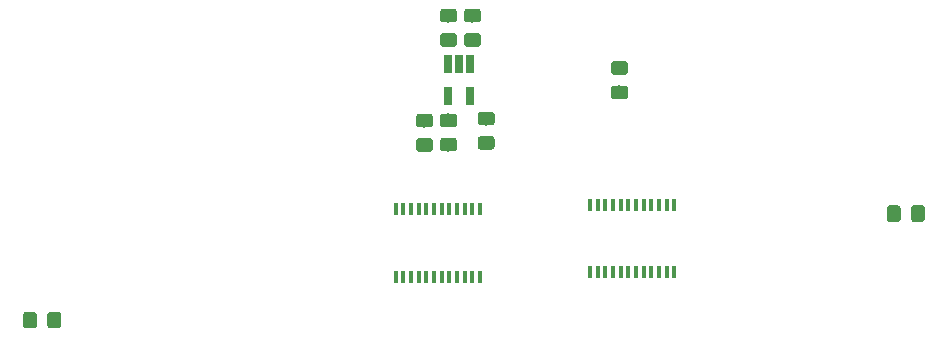
<source format=gbr>
G04 #@! TF.GenerationSoftware,KiCad,Pcbnew,(5.1.4)-1*
G04 #@! TF.CreationDate,2021-02-27T15:59:54-03:00*
G04 #@! TF.ProjectId,OpenDrive-Genesis,4f70656e-4472-4697-9665-2d47656e6573,rev?*
G04 #@! TF.SameCoordinates,Original*
G04 #@! TF.FileFunction,Paste,Bot*
G04 #@! TF.FilePolarity,Positive*
%FSLAX46Y46*%
G04 Gerber Fmt 4.6, Leading zero omitted, Abs format (unit mm)*
G04 Created by KiCad (PCBNEW (5.1.4)-1) date 2021-02-27 15:59:54*
%MOMM*%
%LPD*%
G04 APERTURE LIST*
%ADD10R,0.400000X1.100000*%
%ADD11R,0.650000X1.560000*%
%ADD12C,0.100000*%
%ADD13C,1.150000*%
G04 APERTURE END LIST*
D10*
X107765800Y-73004800D03*
X107115800Y-73004800D03*
X106465800Y-73004800D03*
X105815800Y-73004800D03*
X105165800Y-73004800D03*
X104515800Y-73004800D03*
X103865800Y-73004800D03*
X103215800Y-73004800D03*
X102565800Y-73004800D03*
X101915800Y-73004800D03*
X101265800Y-73004800D03*
X100615800Y-73004800D03*
X100615800Y-67304800D03*
X101265800Y-67304800D03*
X101915800Y-67304800D03*
X102565800Y-67304800D03*
X103215800Y-67304800D03*
X103865800Y-67304800D03*
X104515800Y-67304800D03*
X105165800Y-67304800D03*
X105815800Y-67304800D03*
X106465800Y-67304800D03*
X107115800Y-67304800D03*
X107765800Y-67304800D03*
X84167600Y-73406000D03*
X84817600Y-73406000D03*
X85467600Y-73406000D03*
X86117600Y-73406000D03*
X86767600Y-73406000D03*
X87417600Y-73406000D03*
X88067600Y-73406000D03*
X88717600Y-73406000D03*
X89367600Y-73406000D03*
X90017600Y-73406000D03*
X90667600Y-73406000D03*
X91317600Y-73406000D03*
X91317600Y-67706000D03*
X90667600Y-67706000D03*
X90017600Y-67706000D03*
X89367600Y-67706000D03*
X88717600Y-67706000D03*
X88067600Y-67706000D03*
X87417600Y-67706000D03*
X86767600Y-67706000D03*
X86117600Y-67706000D03*
X85467600Y-67706000D03*
X84817600Y-67706000D03*
X84167600Y-67706000D03*
D11*
X88595000Y-58141000D03*
X90495000Y-58141000D03*
X90495000Y-55441000D03*
X89545000Y-55441000D03*
X88595000Y-55441000D03*
D12*
G36*
X87088505Y-59624204D02*
G01*
X87112773Y-59627804D01*
X87136572Y-59633765D01*
X87159671Y-59642030D01*
X87181850Y-59652520D01*
X87202893Y-59665132D01*
X87222599Y-59679747D01*
X87240777Y-59696223D01*
X87257253Y-59714401D01*
X87271868Y-59734107D01*
X87284480Y-59755150D01*
X87294970Y-59777329D01*
X87303235Y-59800428D01*
X87309196Y-59824227D01*
X87312796Y-59848495D01*
X87314000Y-59872999D01*
X87314000Y-60523001D01*
X87312796Y-60547505D01*
X87309196Y-60571773D01*
X87303235Y-60595572D01*
X87294970Y-60618671D01*
X87284480Y-60640850D01*
X87271868Y-60661893D01*
X87257253Y-60681599D01*
X87240777Y-60699777D01*
X87222599Y-60716253D01*
X87202893Y-60730868D01*
X87181850Y-60743480D01*
X87159671Y-60753970D01*
X87136572Y-60762235D01*
X87112773Y-60768196D01*
X87088505Y-60771796D01*
X87064001Y-60773000D01*
X86163999Y-60773000D01*
X86139495Y-60771796D01*
X86115227Y-60768196D01*
X86091428Y-60762235D01*
X86068329Y-60753970D01*
X86046150Y-60743480D01*
X86025107Y-60730868D01*
X86005401Y-60716253D01*
X85987223Y-60699777D01*
X85970747Y-60681599D01*
X85956132Y-60661893D01*
X85943520Y-60640850D01*
X85933030Y-60618671D01*
X85924765Y-60595572D01*
X85918804Y-60571773D01*
X85915204Y-60547505D01*
X85914000Y-60523001D01*
X85914000Y-59872999D01*
X85915204Y-59848495D01*
X85918804Y-59824227D01*
X85924765Y-59800428D01*
X85933030Y-59777329D01*
X85943520Y-59755150D01*
X85956132Y-59734107D01*
X85970747Y-59714401D01*
X85987223Y-59696223D01*
X86005401Y-59679747D01*
X86025107Y-59665132D01*
X86046150Y-59652520D01*
X86068329Y-59642030D01*
X86091428Y-59633765D01*
X86115227Y-59627804D01*
X86139495Y-59624204D01*
X86163999Y-59623000D01*
X87064001Y-59623000D01*
X87088505Y-59624204D01*
X87088505Y-59624204D01*
G37*
D13*
X86614000Y-60198000D03*
D12*
G36*
X87088505Y-61674204D02*
G01*
X87112773Y-61677804D01*
X87136572Y-61683765D01*
X87159671Y-61692030D01*
X87181850Y-61702520D01*
X87202893Y-61715132D01*
X87222599Y-61729747D01*
X87240777Y-61746223D01*
X87257253Y-61764401D01*
X87271868Y-61784107D01*
X87284480Y-61805150D01*
X87294970Y-61827329D01*
X87303235Y-61850428D01*
X87309196Y-61874227D01*
X87312796Y-61898495D01*
X87314000Y-61922999D01*
X87314000Y-62573001D01*
X87312796Y-62597505D01*
X87309196Y-62621773D01*
X87303235Y-62645572D01*
X87294970Y-62668671D01*
X87284480Y-62690850D01*
X87271868Y-62711893D01*
X87257253Y-62731599D01*
X87240777Y-62749777D01*
X87222599Y-62766253D01*
X87202893Y-62780868D01*
X87181850Y-62793480D01*
X87159671Y-62803970D01*
X87136572Y-62812235D01*
X87112773Y-62818196D01*
X87088505Y-62821796D01*
X87064001Y-62823000D01*
X86163999Y-62823000D01*
X86139495Y-62821796D01*
X86115227Y-62818196D01*
X86091428Y-62812235D01*
X86068329Y-62803970D01*
X86046150Y-62793480D01*
X86025107Y-62780868D01*
X86005401Y-62766253D01*
X85987223Y-62749777D01*
X85970747Y-62731599D01*
X85956132Y-62711893D01*
X85943520Y-62690850D01*
X85933030Y-62668671D01*
X85924765Y-62645572D01*
X85918804Y-62621773D01*
X85915204Y-62597505D01*
X85914000Y-62573001D01*
X85914000Y-61922999D01*
X85915204Y-61898495D01*
X85918804Y-61874227D01*
X85924765Y-61850428D01*
X85933030Y-61827329D01*
X85943520Y-61805150D01*
X85956132Y-61784107D01*
X85970747Y-61764401D01*
X85987223Y-61746223D01*
X86005401Y-61729747D01*
X86025107Y-61715132D01*
X86046150Y-61702520D01*
X86068329Y-61692030D01*
X86091428Y-61683765D01*
X86115227Y-61677804D01*
X86139495Y-61674204D01*
X86163999Y-61673000D01*
X87064001Y-61673000D01*
X87088505Y-61674204D01*
X87088505Y-61674204D01*
G37*
D13*
X86614000Y-62248000D03*
D12*
G36*
X92320905Y-61503804D02*
G01*
X92345173Y-61507404D01*
X92368972Y-61513365D01*
X92392071Y-61521630D01*
X92414250Y-61532120D01*
X92435293Y-61544732D01*
X92454999Y-61559347D01*
X92473177Y-61575823D01*
X92489653Y-61594001D01*
X92504268Y-61613707D01*
X92516880Y-61634750D01*
X92527370Y-61656929D01*
X92535635Y-61680028D01*
X92541596Y-61703827D01*
X92545196Y-61728095D01*
X92546400Y-61752599D01*
X92546400Y-62402601D01*
X92545196Y-62427105D01*
X92541596Y-62451373D01*
X92535635Y-62475172D01*
X92527370Y-62498271D01*
X92516880Y-62520450D01*
X92504268Y-62541493D01*
X92489653Y-62561199D01*
X92473177Y-62579377D01*
X92454999Y-62595853D01*
X92435293Y-62610468D01*
X92414250Y-62623080D01*
X92392071Y-62633570D01*
X92368972Y-62641835D01*
X92345173Y-62647796D01*
X92320905Y-62651396D01*
X92296401Y-62652600D01*
X91396399Y-62652600D01*
X91371895Y-62651396D01*
X91347627Y-62647796D01*
X91323828Y-62641835D01*
X91300729Y-62633570D01*
X91278550Y-62623080D01*
X91257507Y-62610468D01*
X91237801Y-62595853D01*
X91219623Y-62579377D01*
X91203147Y-62561199D01*
X91188532Y-62541493D01*
X91175920Y-62520450D01*
X91165430Y-62498271D01*
X91157165Y-62475172D01*
X91151204Y-62451373D01*
X91147604Y-62427105D01*
X91146400Y-62402601D01*
X91146400Y-61752599D01*
X91147604Y-61728095D01*
X91151204Y-61703827D01*
X91157165Y-61680028D01*
X91165430Y-61656929D01*
X91175920Y-61634750D01*
X91188532Y-61613707D01*
X91203147Y-61594001D01*
X91219623Y-61575823D01*
X91237801Y-61559347D01*
X91257507Y-61544732D01*
X91278550Y-61532120D01*
X91300729Y-61521630D01*
X91323828Y-61513365D01*
X91347627Y-61507404D01*
X91371895Y-61503804D01*
X91396399Y-61502600D01*
X92296401Y-61502600D01*
X92320905Y-61503804D01*
X92320905Y-61503804D01*
G37*
D13*
X91846400Y-62077600D03*
D12*
G36*
X92320905Y-59453804D02*
G01*
X92345173Y-59457404D01*
X92368972Y-59463365D01*
X92392071Y-59471630D01*
X92414250Y-59482120D01*
X92435293Y-59494732D01*
X92454999Y-59509347D01*
X92473177Y-59525823D01*
X92489653Y-59544001D01*
X92504268Y-59563707D01*
X92516880Y-59584750D01*
X92527370Y-59606929D01*
X92535635Y-59630028D01*
X92541596Y-59653827D01*
X92545196Y-59678095D01*
X92546400Y-59702599D01*
X92546400Y-60352601D01*
X92545196Y-60377105D01*
X92541596Y-60401373D01*
X92535635Y-60425172D01*
X92527370Y-60448271D01*
X92516880Y-60470450D01*
X92504268Y-60491493D01*
X92489653Y-60511199D01*
X92473177Y-60529377D01*
X92454999Y-60545853D01*
X92435293Y-60560468D01*
X92414250Y-60573080D01*
X92392071Y-60583570D01*
X92368972Y-60591835D01*
X92345173Y-60597796D01*
X92320905Y-60601396D01*
X92296401Y-60602600D01*
X91396399Y-60602600D01*
X91371895Y-60601396D01*
X91347627Y-60597796D01*
X91323828Y-60591835D01*
X91300729Y-60583570D01*
X91278550Y-60573080D01*
X91257507Y-60560468D01*
X91237801Y-60545853D01*
X91219623Y-60529377D01*
X91203147Y-60511199D01*
X91188532Y-60491493D01*
X91175920Y-60470450D01*
X91165430Y-60448271D01*
X91157165Y-60425172D01*
X91151204Y-60401373D01*
X91147604Y-60377105D01*
X91146400Y-60352601D01*
X91146400Y-59702599D01*
X91147604Y-59678095D01*
X91151204Y-59653827D01*
X91157165Y-59630028D01*
X91165430Y-59606929D01*
X91175920Y-59584750D01*
X91188532Y-59563707D01*
X91203147Y-59544001D01*
X91219623Y-59525823D01*
X91237801Y-59509347D01*
X91257507Y-59494732D01*
X91278550Y-59482120D01*
X91300729Y-59471630D01*
X91323828Y-59463365D01*
X91347627Y-59457404D01*
X91371895Y-59453804D01*
X91396399Y-59452600D01*
X92296401Y-59452600D01*
X92320905Y-59453804D01*
X92320905Y-59453804D01*
G37*
D13*
X91846400Y-60027600D03*
D12*
G36*
X89120505Y-59606204D02*
G01*
X89144773Y-59609804D01*
X89168572Y-59615765D01*
X89191671Y-59624030D01*
X89213850Y-59634520D01*
X89234893Y-59647132D01*
X89254599Y-59661747D01*
X89272777Y-59678223D01*
X89289253Y-59696401D01*
X89303868Y-59716107D01*
X89316480Y-59737150D01*
X89326970Y-59759329D01*
X89335235Y-59782428D01*
X89341196Y-59806227D01*
X89344796Y-59830495D01*
X89346000Y-59854999D01*
X89346000Y-60505001D01*
X89344796Y-60529505D01*
X89341196Y-60553773D01*
X89335235Y-60577572D01*
X89326970Y-60600671D01*
X89316480Y-60622850D01*
X89303868Y-60643893D01*
X89289253Y-60663599D01*
X89272777Y-60681777D01*
X89254599Y-60698253D01*
X89234893Y-60712868D01*
X89213850Y-60725480D01*
X89191671Y-60735970D01*
X89168572Y-60744235D01*
X89144773Y-60750196D01*
X89120505Y-60753796D01*
X89096001Y-60755000D01*
X88195999Y-60755000D01*
X88171495Y-60753796D01*
X88147227Y-60750196D01*
X88123428Y-60744235D01*
X88100329Y-60735970D01*
X88078150Y-60725480D01*
X88057107Y-60712868D01*
X88037401Y-60698253D01*
X88019223Y-60681777D01*
X88002747Y-60663599D01*
X87988132Y-60643893D01*
X87975520Y-60622850D01*
X87965030Y-60600671D01*
X87956765Y-60577572D01*
X87950804Y-60553773D01*
X87947204Y-60529505D01*
X87946000Y-60505001D01*
X87946000Y-59854999D01*
X87947204Y-59830495D01*
X87950804Y-59806227D01*
X87956765Y-59782428D01*
X87965030Y-59759329D01*
X87975520Y-59737150D01*
X87988132Y-59716107D01*
X88002747Y-59696401D01*
X88019223Y-59678223D01*
X88037401Y-59661747D01*
X88057107Y-59647132D01*
X88078150Y-59634520D01*
X88100329Y-59624030D01*
X88123428Y-59615765D01*
X88147227Y-59609804D01*
X88171495Y-59606204D01*
X88195999Y-59605000D01*
X89096001Y-59605000D01*
X89120505Y-59606204D01*
X89120505Y-59606204D01*
G37*
D13*
X88646000Y-60180000D03*
D12*
G36*
X89120505Y-61656204D02*
G01*
X89144773Y-61659804D01*
X89168572Y-61665765D01*
X89191671Y-61674030D01*
X89213850Y-61684520D01*
X89234893Y-61697132D01*
X89254599Y-61711747D01*
X89272777Y-61728223D01*
X89289253Y-61746401D01*
X89303868Y-61766107D01*
X89316480Y-61787150D01*
X89326970Y-61809329D01*
X89335235Y-61832428D01*
X89341196Y-61856227D01*
X89344796Y-61880495D01*
X89346000Y-61904999D01*
X89346000Y-62555001D01*
X89344796Y-62579505D01*
X89341196Y-62603773D01*
X89335235Y-62627572D01*
X89326970Y-62650671D01*
X89316480Y-62672850D01*
X89303868Y-62693893D01*
X89289253Y-62713599D01*
X89272777Y-62731777D01*
X89254599Y-62748253D01*
X89234893Y-62762868D01*
X89213850Y-62775480D01*
X89191671Y-62785970D01*
X89168572Y-62794235D01*
X89144773Y-62800196D01*
X89120505Y-62803796D01*
X89096001Y-62805000D01*
X88195999Y-62805000D01*
X88171495Y-62803796D01*
X88147227Y-62800196D01*
X88123428Y-62794235D01*
X88100329Y-62785970D01*
X88078150Y-62775480D01*
X88057107Y-62762868D01*
X88037401Y-62748253D01*
X88019223Y-62731777D01*
X88002747Y-62713599D01*
X87988132Y-62693893D01*
X87975520Y-62672850D01*
X87965030Y-62650671D01*
X87956765Y-62627572D01*
X87950804Y-62603773D01*
X87947204Y-62579505D01*
X87946000Y-62555001D01*
X87946000Y-61904999D01*
X87947204Y-61880495D01*
X87950804Y-61856227D01*
X87956765Y-61832428D01*
X87965030Y-61809329D01*
X87975520Y-61787150D01*
X87988132Y-61766107D01*
X88002747Y-61746401D01*
X88019223Y-61728223D01*
X88037401Y-61711747D01*
X88057107Y-61697132D01*
X88078150Y-61684520D01*
X88100329Y-61674030D01*
X88123428Y-61665765D01*
X88147227Y-61659804D01*
X88171495Y-61656204D01*
X88195999Y-61655000D01*
X89096001Y-61655000D01*
X89120505Y-61656204D01*
X89120505Y-61656204D01*
G37*
D13*
X88646000Y-62230000D03*
D12*
G36*
X89120505Y-52784204D02*
G01*
X89144773Y-52787804D01*
X89168572Y-52793765D01*
X89191671Y-52802030D01*
X89213850Y-52812520D01*
X89234893Y-52825132D01*
X89254599Y-52839747D01*
X89272777Y-52856223D01*
X89289253Y-52874401D01*
X89303868Y-52894107D01*
X89316480Y-52915150D01*
X89326970Y-52937329D01*
X89335235Y-52960428D01*
X89341196Y-52984227D01*
X89344796Y-53008495D01*
X89346000Y-53032999D01*
X89346000Y-53683001D01*
X89344796Y-53707505D01*
X89341196Y-53731773D01*
X89335235Y-53755572D01*
X89326970Y-53778671D01*
X89316480Y-53800850D01*
X89303868Y-53821893D01*
X89289253Y-53841599D01*
X89272777Y-53859777D01*
X89254599Y-53876253D01*
X89234893Y-53890868D01*
X89213850Y-53903480D01*
X89191671Y-53913970D01*
X89168572Y-53922235D01*
X89144773Y-53928196D01*
X89120505Y-53931796D01*
X89096001Y-53933000D01*
X88195999Y-53933000D01*
X88171495Y-53931796D01*
X88147227Y-53928196D01*
X88123428Y-53922235D01*
X88100329Y-53913970D01*
X88078150Y-53903480D01*
X88057107Y-53890868D01*
X88037401Y-53876253D01*
X88019223Y-53859777D01*
X88002747Y-53841599D01*
X87988132Y-53821893D01*
X87975520Y-53800850D01*
X87965030Y-53778671D01*
X87956765Y-53755572D01*
X87950804Y-53731773D01*
X87947204Y-53707505D01*
X87946000Y-53683001D01*
X87946000Y-53032999D01*
X87947204Y-53008495D01*
X87950804Y-52984227D01*
X87956765Y-52960428D01*
X87965030Y-52937329D01*
X87975520Y-52915150D01*
X87988132Y-52894107D01*
X88002747Y-52874401D01*
X88019223Y-52856223D01*
X88037401Y-52839747D01*
X88057107Y-52825132D01*
X88078150Y-52812520D01*
X88100329Y-52802030D01*
X88123428Y-52793765D01*
X88147227Y-52787804D01*
X88171495Y-52784204D01*
X88195999Y-52783000D01*
X89096001Y-52783000D01*
X89120505Y-52784204D01*
X89120505Y-52784204D01*
G37*
D13*
X88646000Y-53358000D03*
D12*
G36*
X89120505Y-50734204D02*
G01*
X89144773Y-50737804D01*
X89168572Y-50743765D01*
X89191671Y-50752030D01*
X89213850Y-50762520D01*
X89234893Y-50775132D01*
X89254599Y-50789747D01*
X89272777Y-50806223D01*
X89289253Y-50824401D01*
X89303868Y-50844107D01*
X89316480Y-50865150D01*
X89326970Y-50887329D01*
X89335235Y-50910428D01*
X89341196Y-50934227D01*
X89344796Y-50958495D01*
X89346000Y-50982999D01*
X89346000Y-51633001D01*
X89344796Y-51657505D01*
X89341196Y-51681773D01*
X89335235Y-51705572D01*
X89326970Y-51728671D01*
X89316480Y-51750850D01*
X89303868Y-51771893D01*
X89289253Y-51791599D01*
X89272777Y-51809777D01*
X89254599Y-51826253D01*
X89234893Y-51840868D01*
X89213850Y-51853480D01*
X89191671Y-51863970D01*
X89168572Y-51872235D01*
X89144773Y-51878196D01*
X89120505Y-51881796D01*
X89096001Y-51883000D01*
X88195999Y-51883000D01*
X88171495Y-51881796D01*
X88147227Y-51878196D01*
X88123428Y-51872235D01*
X88100329Y-51863970D01*
X88078150Y-51853480D01*
X88057107Y-51840868D01*
X88037401Y-51826253D01*
X88019223Y-51809777D01*
X88002747Y-51791599D01*
X87988132Y-51771893D01*
X87975520Y-51750850D01*
X87965030Y-51728671D01*
X87956765Y-51705572D01*
X87950804Y-51681773D01*
X87947204Y-51657505D01*
X87946000Y-51633001D01*
X87946000Y-50982999D01*
X87947204Y-50958495D01*
X87950804Y-50934227D01*
X87956765Y-50910428D01*
X87965030Y-50887329D01*
X87975520Y-50865150D01*
X87988132Y-50844107D01*
X88002747Y-50824401D01*
X88019223Y-50806223D01*
X88037401Y-50789747D01*
X88057107Y-50775132D01*
X88078150Y-50762520D01*
X88100329Y-50752030D01*
X88123428Y-50743765D01*
X88147227Y-50737804D01*
X88171495Y-50734204D01*
X88195999Y-50733000D01*
X89096001Y-50733000D01*
X89120505Y-50734204D01*
X89120505Y-50734204D01*
G37*
D13*
X88646000Y-51308000D03*
D12*
G36*
X91152505Y-50734204D02*
G01*
X91176773Y-50737804D01*
X91200572Y-50743765D01*
X91223671Y-50752030D01*
X91245850Y-50762520D01*
X91266893Y-50775132D01*
X91286599Y-50789747D01*
X91304777Y-50806223D01*
X91321253Y-50824401D01*
X91335868Y-50844107D01*
X91348480Y-50865150D01*
X91358970Y-50887329D01*
X91367235Y-50910428D01*
X91373196Y-50934227D01*
X91376796Y-50958495D01*
X91378000Y-50982999D01*
X91378000Y-51633001D01*
X91376796Y-51657505D01*
X91373196Y-51681773D01*
X91367235Y-51705572D01*
X91358970Y-51728671D01*
X91348480Y-51750850D01*
X91335868Y-51771893D01*
X91321253Y-51791599D01*
X91304777Y-51809777D01*
X91286599Y-51826253D01*
X91266893Y-51840868D01*
X91245850Y-51853480D01*
X91223671Y-51863970D01*
X91200572Y-51872235D01*
X91176773Y-51878196D01*
X91152505Y-51881796D01*
X91128001Y-51883000D01*
X90227999Y-51883000D01*
X90203495Y-51881796D01*
X90179227Y-51878196D01*
X90155428Y-51872235D01*
X90132329Y-51863970D01*
X90110150Y-51853480D01*
X90089107Y-51840868D01*
X90069401Y-51826253D01*
X90051223Y-51809777D01*
X90034747Y-51791599D01*
X90020132Y-51771893D01*
X90007520Y-51750850D01*
X89997030Y-51728671D01*
X89988765Y-51705572D01*
X89982804Y-51681773D01*
X89979204Y-51657505D01*
X89978000Y-51633001D01*
X89978000Y-50982999D01*
X89979204Y-50958495D01*
X89982804Y-50934227D01*
X89988765Y-50910428D01*
X89997030Y-50887329D01*
X90007520Y-50865150D01*
X90020132Y-50844107D01*
X90034747Y-50824401D01*
X90051223Y-50806223D01*
X90069401Y-50789747D01*
X90089107Y-50775132D01*
X90110150Y-50762520D01*
X90132329Y-50752030D01*
X90155428Y-50743765D01*
X90179227Y-50737804D01*
X90203495Y-50734204D01*
X90227999Y-50733000D01*
X91128001Y-50733000D01*
X91152505Y-50734204D01*
X91152505Y-50734204D01*
G37*
D13*
X90678000Y-51308000D03*
D12*
G36*
X91152505Y-52784204D02*
G01*
X91176773Y-52787804D01*
X91200572Y-52793765D01*
X91223671Y-52802030D01*
X91245850Y-52812520D01*
X91266893Y-52825132D01*
X91286599Y-52839747D01*
X91304777Y-52856223D01*
X91321253Y-52874401D01*
X91335868Y-52894107D01*
X91348480Y-52915150D01*
X91358970Y-52937329D01*
X91367235Y-52960428D01*
X91373196Y-52984227D01*
X91376796Y-53008495D01*
X91378000Y-53032999D01*
X91378000Y-53683001D01*
X91376796Y-53707505D01*
X91373196Y-53731773D01*
X91367235Y-53755572D01*
X91358970Y-53778671D01*
X91348480Y-53800850D01*
X91335868Y-53821893D01*
X91321253Y-53841599D01*
X91304777Y-53859777D01*
X91286599Y-53876253D01*
X91266893Y-53890868D01*
X91245850Y-53903480D01*
X91223671Y-53913970D01*
X91200572Y-53922235D01*
X91176773Y-53928196D01*
X91152505Y-53931796D01*
X91128001Y-53933000D01*
X90227999Y-53933000D01*
X90203495Y-53931796D01*
X90179227Y-53928196D01*
X90155428Y-53922235D01*
X90132329Y-53913970D01*
X90110150Y-53903480D01*
X90089107Y-53890868D01*
X90069401Y-53876253D01*
X90051223Y-53859777D01*
X90034747Y-53841599D01*
X90020132Y-53821893D01*
X90007520Y-53800850D01*
X89997030Y-53778671D01*
X89988765Y-53755572D01*
X89982804Y-53731773D01*
X89979204Y-53707505D01*
X89978000Y-53683001D01*
X89978000Y-53032999D01*
X89979204Y-53008495D01*
X89982804Y-52984227D01*
X89988765Y-52960428D01*
X89997030Y-52937329D01*
X90007520Y-52915150D01*
X90020132Y-52894107D01*
X90034747Y-52874401D01*
X90051223Y-52856223D01*
X90069401Y-52839747D01*
X90089107Y-52825132D01*
X90110150Y-52812520D01*
X90132329Y-52802030D01*
X90155428Y-52793765D01*
X90179227Y-52787804D01*
X90203495Y-52784204D01*
X90227999Y-52783000D01*
X91128001Y-52783000D01*
X91152505Y-52784204D01*
X91152505Y-52784204D01*
G37*
D13*
X90678000Y-53358000D03*
D12*
G36*
X53562505Y-76390204D02*
G01*
X53586773Y-76393804D01*
X53610572Y-76399765D01*
X53633671Y-76408030D01*
X53655850Y-76418520D01*
X53676893Y-76431132D01*
X53696599Y-76445747D01*
X53714777Y-76462223D01*
X53731253Y-76480401D01*
X53745868Y-76500107D01*
X53758480Y-76521150D01*
X53768970Y-76543329D01*
X53777235Y-76566428D01*
X53783196Y-76590227D01*
X53786796Y-76614495D01*
X53788000Y-76638999D01*
X53788000Y-77539001D01*
X53786796Y-77563505D01*
X53783196Y-77587773D01*
X53777235Y-77611572D01*
X53768970Y-77634671D01*
X53758480Y-77656850D01*
X53745868Y-77677893D01*
X53731253Y-77697599D01*
X53714777Y-77715777D01*
X53696599Y-77732253D01*
X53676893Y-77746868D01*
X53655850Y-77759480D01*
X53633671Y-77769970D01*
X53610572Y-77778235D01*
X53586773Y-77784196D01*
X53562505Y-77787796D01*
X53538001Y-77789000D01*
X52887999Y-77789000D01*
X52863495Y-77787796D01*
X52839227Y-77784196D01*
X52815428Y-77778235D01*
X52792329Y-77769970D01*
X52770150Y-77759480D01*
X52749107Y-77746868D01*
X52729401Y-77732253D01*
X52711223Y-77715777D01*
X52694747Y-77697599D01*
X52680132Y-77677893D01*
X52667520Y-77656850D01*
X52657030Y-77634671D01*
X52648765Y-77611572D01*
X52642804Y-77587773D01*
X52639204Y-77563505D01*
X52638000Y-77539001D01*
X52638000Y-76638999D01*
X52639204Y-76614495D01*
X52642804Y-76590227D01*
X52648765Y-76566428D01*
X52657030Y-76543329D01*
X52667520Y-76521150D01*
X52680132Y-76500107D01*
X52694747Y-76480401D01*
X52711223Y-76462223D01*
X52729401Y-76445747D01*
X52749107Y-76431132D01*
X52770150Y-76418520D01*
X52792329Y-76408030D01*
X52815428Y-76399765D01*
X52839227Y-76393804D01*
X52863495Y-76390204D01*
X52887999Y-76389000D01*
X53538001Y-76389000D01*
X53562505Y-76390204D01*
X53562505Y-76390204D01*
G37*
D13*
X53213000Y-77089000D03*
D12*
G36*
X55612505Y-76390204D02*
G01*
X55636773Y-76393804D01*
X55660572Y-76399765D01*
X55683671Y-76408030D01*
X55705850Y-76418520D01*
X55726893Y-76431132D01*
X55746599Y-76445747D01*
X55764777Y-76462223D01*
X55781253Y-76480401D01*
X55795868Y-76500107D01*
X55808480Y-76521150D01*
X55818970Y-76543329D01*
X55827235Y-76566428D01*
X55833196Y-76590227D01*
X55836796Y-76614495D01*
X55838000Y-76638999D01*
X55838000Y-77539001D01*
X55836796Y-77563505D01*
X55833196Y-77587773D01*
X55827235Y-77611572D01*
X55818970Y-77634671D01*
X55808480Y-77656850D01*
X55795868Y-77677893D01*
X55781253Y-77697599D01*
X55764777Y-77715777D01*
X55746599Y-77732253D01*
X55726893Y-77746868D01*
X55705850Y-77759480D01*
X55683671Y-77769970D01*
X55660572Y-77778235D01*
X55636773Y-77784196D01*
X55612505Y-77787796D01*
X55588001Y-77789000D01*
X54937999Y-77789000D01*
X54913495Y-77787796D01*
X54889227Y-77784196D01*
X54865428Y-77778235D01*
X54842329Y-77769970D01*
X54820150Y-77759480D01*
X54799107Y-77746868D01*
X54779401Y-77732253D01*
X54761223Y-77715777D01*
X54744747Y-77697599D01*
X54730132Y-77677893D01*
X54717520Y-77656850D01*
X54707030Y-77634671D01*
X54698765Y-77611572D01*
X54692804Y-77587773D01*
X54689204Y-77563505D01*
X54688000Y-77539001D01*
X54688000Y-76638999D01*
X54689204Y-76614495D01*
X54692804Y-76590227D01*
X54698765Y-76566428D01*
X54707030Y-76543329D01*
X54717520Y-76521150D01*
X54730132Y-76500107D01*
X54744747Y-76480401D01*
X54761223Y-76462223D01*
X54779401Y-76445747D01*
X54799107Y-76431132D01*
X54820150Y-76418520D01*
X54842329Y-76408030D01*
X54865428Y-76399765D01*
X54889227Y-76393804D01*
X54913495Y-76390204D01*
X54937999Y-76389000D01*
X55588001Y-76389000D01*
X55612505Y-76390204D01*
X55612505Y-76390204D01*
G37*
D13*
X55263000Y-77089000D03*
D12*
G36*
X103598505Y-55179204D02*
G01*
X103622773Y-55182804D01*
X103646572Y-55188765D01*
X103669671Y-55197030D01*
X103691850Y-55207520D01*
X103712893Y-55220132D01*
X103732599Y-55234747D01*
X103750777Y-55251223D01*
X103767253Y-55269401D01*
X103781868Y-55289107D01*
X103794480Y-55310150D01*
X103804970Y-55332329D01*
X103813235Y-55355428D01*
X103819196Y-55379227D01*
X103822796Y-55403495D01*
X103824000Y-55427999D01*
X103824000Y-56078001D01*
X103822796Y-56102505D01*
X103819196Y-56126773D01*
X103813235Y-56150572D01*
X103804970Y-56173671D01*
X103794480Y-56195850D01*
X103781868Y-56216893D01*
X103767253Y-56236599D01*
X103750777Y-56254777D01*
X103732599Y-56271253D01*
X103712893Y-56285868D01*
X103691850Y-56298480D01*
X103669671Y-56308970D01*
X103646572Y-56317235D01*
X103622773Y-56323196D01*
X103598505Y-56326796D01*
X103574001Y-56328000D01*
X102673999Y-56328000D01*
X102649495Y-56326796D01*
X102625227Y-56323196D01*
X102601428Y-56317235D01*
X102578329Y-56308970D01*
X102556150Y-56298480D01*
X102535107Y-56285868D01*
X102515401Y-56271253D01*
X102497223Y-56254777D01*
X102480747Y-56236599D01*
X102466132Y-56216893D01*
X102453520Y-56195850D01*
X102443030Y-56173671D01*
X102434765Y-56150572D01*
X102428804Y-56126773D01*
X102425204Y-56102505D01*
X102424000Y-56078001D01*
X102424000Y-55427999D01*
X102425204Y-55403495D01*
X102428804Y-55379227D01*
X102434765Y-55355428D01*
X102443030Y-55332329D01*
X102453520Y-55310150D01*
X102466132Y-55289107D01*
X102480747Y-55269401D01*
X102497223Y-55251223D01*
X102515401Y-55234747D01*
X102535107Y-55220132D01*
X102556150Y-55207520D01*
X102578329Y-55197030D01*
X102601428Y-55188765D01*
X102625227Y-55182804D01*
X102649495Y-55179204D01*
X102673999Y-55178000D01*
X103574001Y-55178000D01*
X103598505Y-55179204D01*
X103598505Y-55179204D01*
G37*
D13*
X103124000Y-55753000D03*
D12*
G36*
X103598505Y-57229204D02*
G01*
X103622773Y-57232804D01*
X103646572Y-57238765D01*
X103669671Y-57247030D01*
X103691850Y-57257520D01*
X103712893Y-57270132D01*
X103732599Y-57284747D01*
X103750777Y-57301223D01*
X103767253Y-57319401D01*
X103781868Y-57339107D01*
X103794480Y-57360150D01*
X103804970Y-57382329D01*
X103813235Y-57405428D01*
X103819196Y-57429227D01*
X103822796Y-57453495D01*
X103824000Y-57477999D01*
X103824000Y-58128001D01*
X103822796Y-58152505D01*
X103819196Y-58176773D01*
X103813235Y-58200572D01*
X103804970Y-58223671D01*
X103794480Y-58245850D01*
X103781868Y-58266893D01*
X103767253Y-58286599D01*
X103750777Y-58304777D01*
X103732599Y-58321253D01*
X103712893Y-58335868D01*
X103691850Y-58348480D01*
X103669671Y-58358970D01*
X103646572Y-58367235D01*
X103622773Y-58373196D01*
X103598505Y-58376796D01*
X103574001Y-58378000D01*
X102673999Y-58378000D01*
X102649495Y-58376796D01*
X102625227Y-58373196D01*
X102601428Y-58367235D01*
X102578329Y-58358970D01*
X102556150Y-58348480D01*
X102535107Y-58335868D01*
X102515401Y-58321253D01*
X102497223Y-58304777D01*
X102480747Y-58286599D01*
X102466132Y-58266893D01*
X102453520Y-58245850D01*
X102443030Y-58223671D01*
X102434765Y-58200572D01*
X102428804Y-58176773D01*
X102425204Y-58152505D01*
X102424000Y-58128001D01*
X102424000Y-57477999D01*
X102425204Y-57453495D01*
X102428804Y-57429227D01*
X102434765Y-57405428D01*
X102443030Y-57382329D01*
X102453520Y-57360150D01*
X102466132Y-57339107D01*
X102480747Y-57319401D01*
X102497223Y-57301223D01*
X102515401Y-57284747D01*
X102535107Y-57270132D01*
X102556150Y-57257520D01*
X102578329Y-57247030D01*
X102601428Y-57238765D01*
X102625227Y-57232804D01*
X102649495Y-57229204D01*
X102673999Y-57228000D01*
X103574001Y-57228000D01*
X103598505Y-57229204D01*
X103598505Y-57229204D01*
G37*
D13*
X103124000Y-57803000D03*
D12*
G36*
X128746505Y-67373204D02*
G01*
X128770773Y-67376804D01*
X128794572Y-67382765D01*
X128817671Y-67391030D01*
X128839850Y-67401520D01*
X128860893Y-67414132D01*
X128880599Y-67428747D01*
X128898777Y-67445223D01*
X128915253Y-67463401D01*
X128929868Y-67483107D01*
X128942480Y-67504150D01*
X128952970Y-67526329D01*
X128961235Y-67549428D01*
X128967196Y-67573227D01*
X128970796Y-67597495D01*
X128972000Y-67621999D01*
X128972000Y-68522001D01*
X128970796Y-68546505D01*
X128967196Y-68570773D01*
X128961235Y-68594572D01*
X128952970Y-68617671D01*
X128942480Y-68639850D01*
X128929868Y-68660893D01*
X128915253Y-68680599D01*
X128898777Y-68698777D01*
X128880599Y-68715253D01*
X128860893Y-68729868D01*
X128839850Y-68742480D01*
X128817671Y-68752970D01*
X128794572Y-68761235D01*
X128770773Y-68767196D01*
X128746505Y-68770796D01*
X128722001Y-68772000D01*
X128071999Y-68772000D01*
X128047495Y-68770796D01*
X128023227Y-68767196D01*
X127999428Y-68761235D01*
X127976329Y-68752970D01*
X127954150Y-68742480D01*
X127933107Y-68729868D01*
X127913401Y-68715253D01*
X127895223Y-68698777D01*
X127878747Y-68680599D01*
X127864132Y-68660893D01*
X127851520Y-68639850D01*
X127841030Y-68617671D01*
X127832765Y-68594572D01*
X127826804Y-68570773D01*
X127823204Y-68546505D01*
X127822000Y-68522001D01*
X127822000Y-67621999D01*
X127823204Y-67597495D01*
X127826804Y-67573227D01*
X127832765Y-67549428D01*
X127841030Y-67526329D01*
X127851520Y-67504150D01*
X127864132Y-67483107D01*
X127878747Y-67463401D01*
X127895223Y-67445223D01*
X127913401Y-67428747D01*
X127933107Y-67414132D01*
X127954150Y-67401520D01*
X127976329Y-67391030D01*
X127999428Y-67382765D01*
X128023227Y-67376804D01*
X128047495Y-67373204D01*
X128071999Y-67372000D01*
X128722001Y-67372000D01*
X128746505Y-67373204D01*
X128746505Y-67373204D01*
G37*
D13*
X128397000Y-68072000D03*
D12*
G36*
X126696505Y-67373204D02*
G01*
X126720773Y-67376804D01*
X126744572Y-67382765D01*
X126767671Y-67391030D01*
X126789850Y-67401520D01*
X126810893Y-67414132D01*
X126830599Y-67428747D01*
X126848777Y-67445223D01*
X126865253Y-67463401D01*
X126879868Y-67483107D01*
X126892480Y-67504150D01*
X126902970Y-67526329D01*
X126911235Y-67549428D01*
X126917196Y-67573227D01*
X126920796Y-67597495D01*
X126922000Y-67621999D01*
X126922000Y-68522001D01*
X126920796Y-68546505D01*
X126917196Y-68570773D01*
X126911235Y-68594572D01*
X126902970Y-68617671D01*
X126892480Y-68639850D01*
X126879868Y-68660893D01*
X126865253Y-68680599D01*
X126848777Y-68698777D01*
X126830599Y-68715253D01*
X126810893Y-68729868D01*
X126789850Y-68742480D01*
X126767671Y-68752970D01*
X126744572Y-68761235D01*
X126720773Y-68767196D01*
X126696505Y-68770796D01*
X126672001Y-68772000D01*
X126021999Y-68772000D01*
X125997495Y-68770796D01*
X125973227Y-68767196D01*
X125949428Y-68761235D01*
X125926329Y-68752970D01*
X125904150Y-68742480D01*
X125883107Y-68729868D01*
X125863401Y-68715253D01*
X125845223Y-68698777D01*
X125828747Y-68680599D01*
X125814132Y-68660893D01*
X125801520Y-68639850D01*
X125791030Y-68617671D01*
X125782765Y-68594572D01*
X125776804Y-68570773D01*
X125773204Y-68546505D01*
X125772000Y-68522001D01*
X125772000Y-67621999D01*
X125773204Y-67597495D01*
X125776804Y-67573227D01*
X125782765Y-67549428D01*
X125791030Y-67526329D01*
X125801520Y-67504150D01*
X125814132Y-67483107D01*
X125828747Y-67463401D01*
X125845223Y-67445223D01*
X125863401Y-67428747D01*
X125883107Y-67414132D01*
X125904150Y-67401520D01*
X125926329Y-67391030D01*
X125949428Y-67382765D01*
X125973227Y-67376804D01*
X125997495Y-67373204D01*
X126021999Y-67372000D01*
X126672001Y-67372000D01*
X126696505Y-67373204D01*
X126696505Y-67373204D01*
G37*
D13*
X126347000Y-68072000D03*
M02*

</source>
